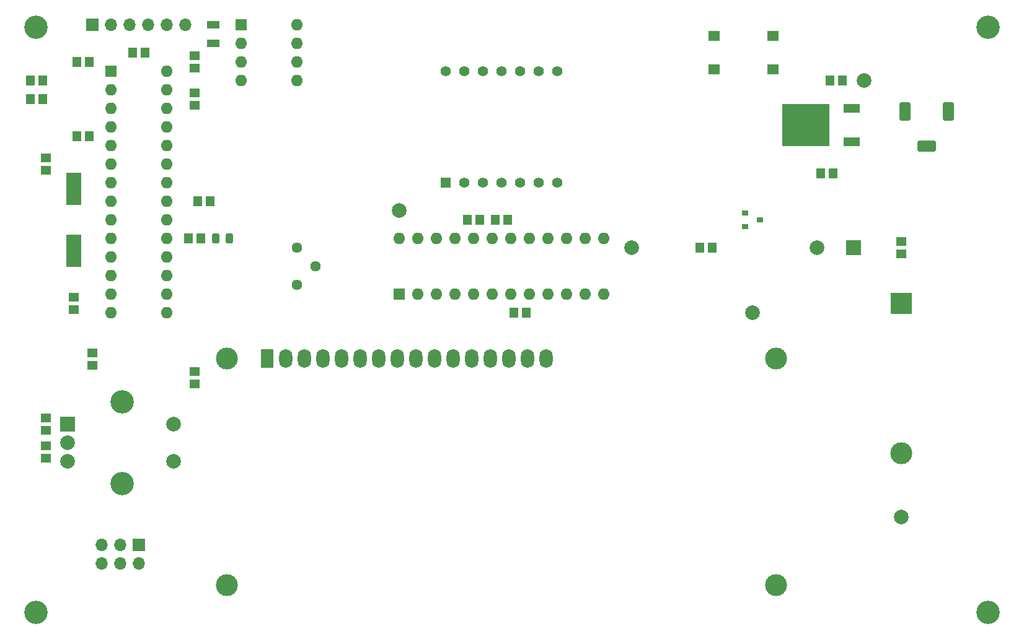
<source format=gbr>
%TF.GenerationSoftware,KiCad,Pcbnew,(6.0.5-0)*%
%TF.CreationDate,2022-07-21T21:16:07-07:00*%
%TF.ProjectId,Gitclock,47697463-6c6f-4636-9b2e-6b696361645f,rev?*%
%TF.SameCoordinates,PX4c4db10PY8b48bd0*%
%TF.FileFunction,Soldermask,Top*%
%TF.FilePolarity,Negative*%
%FSLAX46Y46*%
G04 Gerber Fmt 4.6, Leading zero omitted, Abs format (unit mm)*
G04 Created by KiCad (PCBNEW (6.0.5-0)) date 2022-07-21 21:16:07*
%MOMM*%
%LPD*%
G01*
G04 APERTURE LIST*
G04 Aperture macros list*
%AMRoundRect*
0 Rectangle with rounded corners*
0 $1 Rounding radius*
0 $2 $3 $4 $5 $6 $7 $8 $9 X,Y pos of 4 corners*
0 Add a 4 corners polygon primitive as box body*
4,1,4,$2,$3,$4,$5,$6,$7,$8,$9,$2,$3,0*
0 Add four circle primitives for the rounded corners*
1,1,$1+$1,$2,$3*
1,1,$1+$1,$4,$5*
1,1,$1+$1,$6,$7*
1,1,$1+$1,$8,$9*
0 Add four rect primitives between the rounded corners*
20,1,$1+$1,$2,$3,$4,$5,0*
20,1,$1+$1,$4,$5,$6,$7,0*
20,1,$1+$1,$6,$7,$8,$9,0*
20,1,$1+$1,$8,$9,$2,$3,0*%
G04 Aperture macros list end*
%ADD10R,1.150000X1.400000*%
%ADD11R,1.400000X1.150000*%
%ADD12R,0.900000X0.800000*%
%ADD13R,1.600000X1.600000*%
%ADD14O,1.600000X1.600000*%
%ADD15C,3.200000*%
%ADD16R,2.200000X1.200000*%
%ADD17R,6.400000X5.800000*%
%ADD18C,3.000000*%
%ADD19O,1.800000X2.600000*%
%ADD20R,1.800000X2.600000*%
%ADD21R,2.000000X4.500000*%
%ADD22R,1.700000X1.700000*%
%ADD23O,1.700000X1.700000*%
%ADD24C,2.000000*%
%ADD25C,1.440000*%
%ADD26R,2.000000X2.000000*%
%ADD27R,1.600000X1.400000*%
%ADD28R,1.800000X1.000000*%
%ADD29R,1.400000X1.400000*%
%ADD30C,1.400000*%
%ADD31RoundRect,0.243750X0.243750X0.456250X-0.243750X0.456250X-0.243750X-0.456250X0.243750X-0.456250X0*%
%ADD32RoundRect,0.400000X0.400000X-0.900000X0.400000X0.900000X-0.400000X0.900000X-0.400000X-0.900000X0*%
%ADD33RoundRect,0.400000X0.900000X-0.400000X0.900000X0.400000X-0.900000X0.400000X-0.900000X-0.400000X0*%
%ADD34R,3.000000X3.000000*%
G04 APERTURE END LIST*
D10*
%TO.C,R12*%
X97370000Y55880000D03*
X95670000Y55880000D03*
%TD*%
D11*
%TO.C,R11*%
X12700000Y41490000D03*
X12700000Y39790000D03*
%TD*%
%TO.C,R5*%
X123190000Y55030000D03*
X123190000Y56730000D03*
%TD*%
D12*
%TO.C,Q1*%
X101870000Y60640000D03*
X101870000Y58740000D03*
X103870000Y59690000D03*
%TD*%
D10*
%TO.C,C9*%
X67730000Y59690000D03*
X69430000Y59690000D03*
%TD*%
D13*
%TO.C,U1*%
X15240000Y80000000D03*
D14*
X15240000Y77460000D03*
X15240000Y74920000D03*
X15240000Y72380000D03*
X15240000Y69840000D03*
X15240000Y67300000D03*
X15240000Y64760000D03*
X15240000Y62220000D03*
X15240000Y59680000D03*
X15240000Y57140000D03*
X15240000Y54600000D03*
X15240000Y52060000D03*
X15240000Y49520000D03*
X15240000Y46980000D03*
X22860000Y46980000D03*
X22860000Y49520000D03*
X22860000Y52060000D03*
X22860000Y54600000D03*
X22860000Y57140000D03*
X22860000Y59680000D03*
X22860000Y62220000D03*
X22860000Y64760000D03*
X22860000Y67300000D03*
X22860000Y69840000D03*
X22860000Y72380000D03*
X22860000Y74920000D03*
X22860000Y77460000D03*
X22860000Y80000000D03*
%TD*%
D13*
%TO.C,U3*%
X54605000Y49540000D03*
D14*
X57145000Y49540000D03*
X59685000Y49540000D03*
X62225000Y49540000D03*
X64765000Y49540000D03*
X67305000Y49540000D03*
X69845000Y49540000D03*
X72385000Y49540000D03*
X74925000Y49540000D03*
X77465000Y49540000D03*
X80005000Y49540000D03*
X82545000Y49540000D03*
X82545000Y57160000D03*
X80005000Y57160000D03*
X77465000Y57160000D03*
X74925000Y57160000D03*
X72385000Y57160000D03*
X69845000Y57160000D03*
X67305000Y57160000D03*
X64765000Y57160000D03*
X62225000Y57160000D03*
X59685000Y57160000D03*
X57145000Y57160000D03*
X54605000Y57160000D03*
%TD*%
D15*
%TO.C,H4*%
X134990000Y6050000D03*
%TD*%
D16*
%TO.C,U2*%
X116385000Y70365000D03*
D17*
X110085000Y72645000D03*
D16*
X116385000Y74925000D03*
%TD*%
D13*
%TO.C,U4*%
X33030000Y86350000D03*
D14*
X33030000Y83810000D03*
X33030000Y81270000D03*
X33030000Y78730000D03*
X40650000Y78730000D03*
X40650000Y81270000D03*
X40650000Y83810000D03*
X40650000Y86350000D03*
%TD*%
D18*
%TO.C,DS2*%
X106080000Y40757500D03*
X106079480Y9756800D03*
X31080900Y9756800D03*
X31080900Y40757500D03*
D19*
X74680000Y40757500D03*
X72140000Y40757500D03*
X69600000Y40757500D03*
X67060000Y40757500D03*
X64520000Y40757500D03*
X61980000Y40757500D03*
X59440000Y40757500D03*
X56900000Y40757500D03*
X54360000Y40757500D03*
X51820000Y40757500D03*
X49280000Y40757500D03*
X46740000Y40757500D03*
X44200000Y40757500D03*
X41660000Y40757500D03*
X39120000Y40757500D03*
D20*
X36580000Y40757500D03*
%TD*%
D10*
%TO.C,R2*%
X4230000Y78740000D03*
X5930000Y78740000D03*
%TD*%
D11*
%TO.C,R9*%
X26670000Y82130000D03*
X26670000Y80430000D03*
%TD*%
D10*
%TO.C,C8*%
X65620000Y59690000D03*
X63920000Y59690000D03*
%TD*%
D11*
%TO.C,R6*%
X6350000Y27090000D03*
X6350000Y28790000D03*
%TD*%
D21*
%TO.C,Y1*%
X10160000Y55440000D03*
X10160000Y63940000D03*
%TD*%
D11*
%TO.C,C5*%
X10160000Y49110000D03*
X10160000Y47410000D03*
%TD*%
D10*
%TO.C,C6*%
X113880000Y66040000D03*
X112180000Y66040000D03*
%TD*%
D22*
%TO.C,J3*%
X19050000Y15240000D03*
D23*
X19050000Y12700000D03*
X16510000Y15240000D03*
X16510000Y12700000D03*
X13970000Y15240000D03*
X13970000Y12700000D03*
%TD*%
D24*
%TO.C,TP4*%
X86360000Y55880000D03*
%TD*%
D10*
%TO.C,R4*%
X10580000Y81280000D03*
X12280000Y81280000D03*
%TD*%
D15*
%TO.C,H2*%
X134990000Y86050000D03*
%TD*%
D25*
%TO.C,RV2*%
X40655000Y50800000D03*
X43195000Y53340000D03*
X40655000Y55880000D03*
%TD*%
D15*
%TO.C,SW5*%
X16760000Y34810000D03*
X16760000Y23610000D03*
D26*
X9260000Y31710000D03*
D24*
X9260000Y26710000D03*
X9260000Y29210000D03*
X23760000Y26710000D03*
X23760000Y31710000D03*
%TD*%
D11*
%TO.C,R7*%
X6350000Y32600000D03*
X6350000Y30900000D03*
%TD*%
D15*
%TO.C,H3*%
X4990000Y6050000D03*
%TD*%
D27*
%TO.C,SW1*%
X105600000Y84800000D03*
X97600000Y84800000D03*
X105600000Y80300000D03*
X97600000Y80300000D03*
%TD*%
D10*
%TO.C,R3*%
X18200000Y82550000D03*
X19900000Y82550000D03*
%TD*%
D15*
%TO.C,H1*%
X4990000Y86050000D03*
%TD*%
D24*
%TO.C,TP2*%
X54605000Y60960000D03*
%TD*%
%TO.C,TP1*%
X102870000Y46990000D03*
%TD*%
D11*
%TO.C,R10*%
X26670000Y37250000D03*
X26670000Y38950000D03*
%TD*%
D10*
%TO.C,C3*%
X5930000Y76200000D03*
X4230000Y76200000D03*
%TD*%
D24*
%TO.C,TP5*%
X118110000Y78740000D03*
%TD*%
D28*
%TO.C,Y2*%
X29210000Y86340000D03*
X29210000Y83840000D03*
%TD*%
D10*
%TO.C,C1*%
X27090000Y62230000D03*
X28790000Y62230000D03*
%TD*%
D24*
%TO.C,TP3*%
X123190000Y19050000D03*
%TD*%
D29*
%TO.C,DS1*%
X60960000Y64770000D03*
D30*
X63500000Y64770000D03*
X66040000Y64770000D03*
X68580000Y64770000D03*
X71120000Y64770000D03*
X73660000Y64770000D03*
X76200000Y64770000D03*
X76200000Y80010000D03*
X73660000Y80010000D03*
X71120000Y80010000D03*
X68580000Y80010000D03*
X66040000Y80010000D03*
X63500000Y80010000D03*
X60960000Y80010000D03*
%TD*%
D11*
%TO.C,R8*%
X26670000Y75350000D03*
X26670000Y77050000D03*
%TD*%
D10*
%TO.C,R13*%
X71970000Y46990000D03*
X70270000Y46990000D03*
%TD*%
%TO.C,R1*%
X25820000Y57150000D03*
X27520000Y57150000D03*
%TD*%
%TO.C,C2*%
X12280000Y71120000D03*
X10580000Y71120000D03*
%TD*%
D11*
%TO.C,C4*%
X6350000Y66460000D03*
X6350000Y68160000D03*
%TD*%
D10*
%TO.C,C7*%
X115150000Y78740000D03*
X113450000Y78740000D03*
%TD*%
D31*
%TO.C,D1*%
X31417500Y57150000D03*
X29542500Y57150000D03*
%TD*%
D24*
%TO.C,BZ1*%
X111670785Y55880000D03*
D26*
X116670785Y55880000D03*
%TD*%
D23*
%TO.C,J2*%
X25400000Y86360000D03*
X22860000Y86360000D03*
X20320000Y86360000D03*
X17780000Y86360000D03*
X15240000Y86360000D03*
D22*
X12700000Y86360000D03*
%TD*%
D32*
%TO.C,J1*%
X123640000Y74470006D03*
X129640000Y74470006D03*
D33*
X126640000Y69770006D03*
%TD*%
D34*
%TO.C,BT1*%
X123190000Y48260000D03*
D18*
X123190000Y27770000D03*
%TD*%
M02*

</source>
